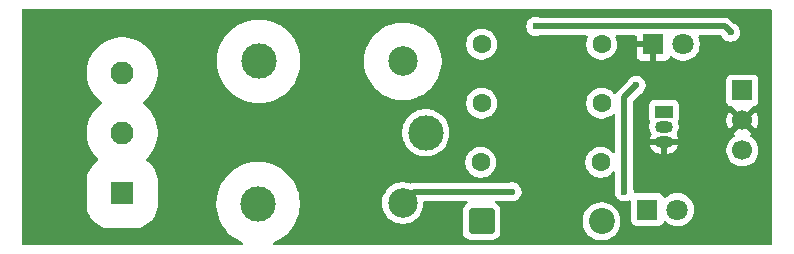
<source format=gbr>
%TF.GenerationSoftware,KiCad,Pcbnew,9.0.4*%
%TF.CreationDate,2025-10-31T12:34:43+05:30*%
%TF.ProjectId,5V_relay_module,35565f72-656c-4617-995f-6d6f64756c65,rev?*%
%TF.SameCoordinates,Original*%
%TF.FileFunction,Copper,L2,Bot*%
%TF.FilePolarity,Positive*%
%FSLAX46Y46*%
G04 Gerber Fmt 4.6, Leading zero omitted, Abs format (unit mm)*
G04 Created by KiCad (PCBNEW 9.0.4) date 2025-10-31 12:34:43*
%MOMM*%
%LPD*%
G01*
G04 APERTURE LIST*
G04 Aperture macros list*
%AMRoundRect*
0 Rectangle with rounded corners*
0 $1 Rounding radius*
0 $2 $3 $4 $5 $6 $7 $8 $9 X,Y pos of 4 corners*
0 Add a 4 corners polygon primitive as box body*
4,1,4,$2,$3,$4,$5,$6,$7,$8,$9,$2,$3,0*
0 Add four circle primitives for the rounded corners*
1,1,$1+$1,$2,$3*
1,1,$1+$1,$4,$5*
1,1,$1+$1,$6,$7*
1,1,$1+$1,$8,$9*
0 Add four rect primitives between the rounded corners*
20,1,$1+$1,$2,$3,$4,$5,0*
20,1,$1+$1,$4,$5,$6,$7,0*
20,1,$1+$1,$6,$7,$8,$9,0*
20,1,$1+$1,$8,$9,$2,$3,0*%
G04 Aperture macros list end*
%TA.AperFunction,ComponentPad*%
%ADD10C,1.600000*%
%TD*%
%TA.AperFunction,ComponentPad*%
%ADD11R,1.500000X1.050000*%
%TD*%
%TA.AperFunction,ComponentPad*%
%ADD12O,1.500000X1.050000*%
%TD*%
%TA.AperFunction,ComponentPad*%
%ADD13C,3.000000*%
%TD*%
%TA.AperFunction,ComponentPad*%
%ADD14C,2.500000*%
%TD*%
%TA.AperFunction,ComponentPad*%
%ADD15R,1.950000X1.950000*%
%TD*%
%TA.AperFunction,ComponentPad*%
%ADD16C,1.950000*%
%TD*%
%TA.AperFunction,ComponentPad*%
%ADD17R,1.700000X1.700000*%
%TD*%
%TA.AperFunction,ComponentPad*%
%ADD18C,1.700000*%
%TD*%
%TA.AperFunction,ComponentPad*%
%ADD19RoundRect,0.249999X-0.850001X-0.850001X0.850001X-0.850001X0.850001X0.850001X-0.850001X0.850001X0*%
%TD*%
%TA.AperFunction,ComponentPad*%
%ADD20C,2.200000*%
%TD*%
%TA.AperFunction,ComponentPad*%
%ADD21R,1.800000X1.800000*%
%TD*%
%TA.AperFunction,ComponentPad*%
%ADD22C,1.800000*%
%TD*%
%TA.AperFunction,ViaPad*%
%ADD23C,0.600000*%
%TD*%
%TA.AperFunction,Conductor*%
%ADD24C,0.508000*%
%TD*%
G04 APERTURE END LIST*
D10*
%TO.P,R3,1*%
%TO.N,/VCC*%
X152340000Y-125500000D03*
%TO.P,R3,2*%
%TO.N,Net-(D2-A)*%
X162500000Y-125500000D03*
%TD*%
%TO.P,R2,1*%
%TO.N,/IN*%
X152420000Y-120500000D03*
%TO.P,R2,2*%
%TO.N,Net-(Q1-B)*%
X162580000Y-120500000D03*
%TD*%
%TO.P,R1,1*%
%TO.N,/VCC*%
X152420000Y-115500000D03*
%TO.P,R1,2*%
%TO.N,Net-(D1-A)*%
X162580000Y-115500000D03*
%TD*%
D11*
%TO.P,Q1,1,C*%
%TO.N,Net-(D2-K)*%
X167870000Y-121230000D03*
D12*
%TO.P,Q1,2,B*%
%TO.N,Net-(Q1-B)*%
X167870000Y-122500000D03*
%TO.P,Q1,3,E*%
%TO.N,/GND*%
X167870000Y-123770000D03*
%TD*%
D13*
%TO.P,K1,1*%
%TO.N,/VCC*%
X147700000Y-123000000D03*
D14*
%TO.P,K1,2*%
%TO.N,NC*%
X145750000Y-116950000D03*
D13*
%TO.P,K1,3*%
%TO.N,NO*%
X133550000Y-116950000D03*
%TO.P,K1,4*%
%TO.N,C*%
X133500000Y-129000000D03*
D14*
%TO.P,K1,5*%
%TO.N,Net-(D2-K)*%
X145750000Y-128950000D03*
%TD*%
D15*
%TO.P,J2,1,Pin_1*%
%TO.N,NO*%
X122000000Y-128080000D03*
D16*
%TO.P,J2,2,Pin_2*%
%TO.N,C*%
X122000000Y-123000000D03*
%TO.P,J2,3,Pin_3*%
%TO.N,NC*%
X122000000Y-117920000D03*
%TD*%
D17*
%TO.P,J1,1,Pin_1*%
%TO.N,/VCC*%
X174500000Y-119420000D03*
D18*
%TO.P,J1,2,Pin_2*%
%TO.N,/GND*%
X174500000Y-121960000D03*
%TO.P,J1,3,Pin_3*%
%TO.N,/IN*%
X174500000Y-124500000D03*
%TD*%
D19*
%TO.P,D3,1,K*%
%TO.N,/VCC*%
X152420000Y-130500000D03*
D20*
%TO.P,D3,2,A*%
%TO.N,Net-(D2-K)*%
X162580000Y-130500000D03*
%TD*%
D21*
%TO.P,RED,1,K*%
%TO.N,Net-(D2-K)*%
X166460000Y-129500000D03*
D22*
%TO.P,RED,2,A*%
%TO.N,Net-(D2-A)*%
X169000000Y-129500000D03*
%TD*%
D21*
%TO.P,GREEN,1,K*%
%TO.N,/GND*%
X166960000Y-115500000D03*
D22*
%TO.P,GREEN,2,A*%
%TO.N,Net-(D1-A)*%
X169500000Y-115500000D03*
%TD*%
D23*
%TO.N,/VCC*%
X157000000Y-114000000D03*
X173500000Y-114500000D03*
%TO.N,Net-(D2-K)*%
X165500000Y-119000000D03*
X164500000Y-128000000D03*
X155000000Y-128000000D03*
%TD*%
D24*
%TO.N,/VCC*%
X173000000Y-114000000D02*
X157000000Y-114000000D01*
X173500000Y-114500000D02*
X173000000Y-114000000D01*
%TO.N,Net-(D2-K)*%
X146700000Y-128000000D02*
X145750000Y-128950000D01*
X155000000Y-128000000D02*
X146700000Y-128000000D01*
X164500000Y-120000000D02*
X165500000Y-119000000D01*
X164500000Y-128000000D02*
X164500000Y-120000000D01*
%TD*%
%TA.AperFunction,Conductor*%
%TO.N,/GND*%
G36*
X176942539Y-112520185D02*
G01*
X176988294Y-112572989D01*
X176999500Y-112624500D01*
X176999500Y-132375500D01*
X176979815Y-132442539D01*
X176927011Y-132488294D01*
X176875500Y-132499500D01*
X134905716Y-132499500D01*
X134838677Y-132479815D01*
X134792922Y-132427011D01*
X134782978Y-132357853D01*
X134812003Y-132294297D01*
X134858263Y-132260939D01*
X135012160Y-132197193D01*
X135318258Y-132033580D01*
X135606845Y-131840752D01*
X135875143Y-131620566D01*
X136120566Y-131375143D01*
X136340752Y-131106845D01*
X136533580Y-130818258D01*
X136697193Y-130512160D01*
X136830015Y-130191499D01*
X136930768Y-129859363D01*
X136930770Y-129859353D01*
X136930773Y-129859342D01*
X136970194Y-129661155D01*
X136998480Y-129518950D01*
X137032500Y-129173541D01*
X137032500Y-128835258D01*
X143999500Y-128835258D01*
X143999500Y-129064741D01*
X144013824Y-129173537D01*
X144029452Y-129292238D01*
X144073692Y-129457344D01*
X144088842Y-129513887D01*
X144176650Y-129725876D01*
X144176657Y-129725890D01*
X144291392Y-129924617D01*
X144431081Y-130106661D01*
X144431089Y-130106670D01*
X144593330Y-130268911D01*
X144593338Y-130268918D01*
X144593339Y-130268919D01*
X144609313Y-130281176D01*
X144775382Y-130408607D01*
X144775385Y-130408608D01*
X144775388Y-130408611D01*
X144974112Y-130523344D01*
X144974117Y-130523346D01*
X144974123Y-130523349D01*
X145065480Y-130561190D01*
X145186113Y-130611158D01*
X145407762Y-130670548D01*
X145635266Y-130700500D01*
X145635273Y-130700500D01*
X145864727Y-130700500D01*
X145864734Y-130700500D01*
X146092238Y-130670548D01*
X146313887Y-130611158D01*
X146525888Y-130523344D01*
X146724612Y-130408611D01*
X146906661Y-130268919D01*
X146906665Y-130268914D01*
X146906670Y-130268911D01*
X147068911Y-130106670D01*
X147068914Y-130106665D01*
X147068919Y-130106661D01*
X147208611Y-129924612D01*
X147323344Y-129725888D01*
X147411158Y-129513887D01*
X147470548Y-129292238D01*
X147500500Y-129064734D01*
X147500500Y-128878500D01*
X147520185Y-128811461D01*
X147572989Y-128765706D01*
X147624500Y-128754500D01*
X151155003Y-128754500D01*
X151222042Y-128774185D01*
X151267797Y-128826989D01*
X151277741Y-128896147D01*
X151248716Y-128959703D01*
X151220101Y-128984037D01*
X151167052Y-129016759D01*
X151101342Y-129057289D01*
X150977289Y-129181342D01*
X150885187Y-129330662D01*
X150885186Y-129330665D01*
X150830001Y-129497202D01*
X150830001Y-129497203D01*
X150830000Y-129497203D01*
X150819500Y-129599982D01*
X150819500Y-131400017D01*
X150830000Y-131502796D01*
X150885185Y-131669332D01*
X150885186Y-131669335D01*
X150977288Y-131818656D01*
X151101344Y-131942712D01*
X151250665Y-132034814D01*
X151417202Y-132089999D01*
X151519990Y-132100500D01*
X151519995Y-132100500D01*
X153320005Y-132100500D01*
X153320010Y-132100500D01*
X153422798Y-132089999D01*
X153589335Y-132034814D01*
X153738656Y-131942712D01*
X153862712Y-131818656D01*
X153954814Y-131669335D01*
X154009999Y-131502798D01*
X154020500Y-131400010D01*
X154020500Y-130374038D01*
X160979500Y-130374038D01*
X160979500Y-130625962D01*
X160991306Y-130700499D01*
X161018910Y-130874785D01*
X161096760Y-131114383D01*
X161211132Y-131338848D01*
X161359201Y-131542649D01*
X161359205Y-131542654D01*
X161537345Y-131720794D01*
X161537350Y-131720798D01*
X161702447Y-131840747D01*
X161741155Y-131868870D01*
X161884184Y-131941747D01*
X161965616Y-131983239D01*
X161965618Y-131983239D01*
X161965621Y-131983241D01*
X162205215Y-132061090D01*
X162454038Y-132100500D01*
X162454039Y-132100500D01*
X162705961Y-132100500D01*
X162705962Y-132100500D01*
X162954785Y-132061090D01*
X163194379Y-131983241D01*
X163418845Y-131868870D01*
X163622656Y-131720793D01*
X163800793Y-131542656D01*
X163948870Y-131338845D01*
X164063241Y-131114379D01*
X164141090Y-130874785D01*
X164180500Y-130625962D01*
X164180500Y-130374038D01*
X164141090Y-130125215D01*
X164063241Y-129885621D01*
X164063239Y-129885618D01*
X164063239Y-129885616D01*
X163981853Y-129725888D01*
X163948870Y-129661155D01*
X163845557Y-129518956D01*
X163800798Y-129457350D01*
X163800794Y-129457345D01*
X163622654Y-129279205D01*
X163622649Y-129279201D01*
X163418848Y-129131132D01*
X163418847Y-129131131D01*
X163418845Y-129131130D01*
X163348747Y-129095413D01*
X163194383Y-129016760D01*
X162954785Y-128938910D01*
X162911732Y-128932091D01*
X162705962Y-128899500D01*
X162454038Y-128899500D01*
X162387738Y-128910001D01*
X162205214Y-128938910D01*
X161965616Y-129016760D01*
X161741151Y-129131132D01*
X161537350Y-129279201D01*
X161537345Y-129279205D01*
X161359205Y-129457345D01*
X161359201Y-129457350D01*
X161211132Y-129661151D01*
X161096760Y-129885616D01*
X161018910Y-130125214D01*
X160996149Y-130268919D01*
X160979500Y-130374038D01*
X154020500Y-130374038D01*
X154020500Y-129599990D01*
X154009999Y-129497202D01*
X153954814Y-129330665D01*
X153862712Y-129181344D01*
X153738656Y-129057288D01*
X153619899Y-128984038D01*
X153573176Y-128932091D01*
X153561953Y-128863128D01*
X153589797Y-128799046D01*
X153647866Y-128760190D01*
X153684997Y-128754500D01*
X154705053Y-128754500D01*
X154752501Y-128763937D01*
X154766503Y-128769737D01*
X154766508Y-128769738D01*
X154766511Y-128769739D01*
X154921153Y-128800499D01*
X154921156Y-128800500D01*
X154921158Y-128800500D01*
X155078844Y-128800500D01*
X155078845Y-128800499D01*
X155233497Y-128769737D01*
X155379179Y-128709394D01*
X155510289Y-128621789D01*
X155621789Y-128510289D01*
X155709394Y-128379179D01*
X155769737Y-128233497D01*
X155800500Y-128078842D01*
X155800500Y-127921158D01*
X155800500Y-127921155D01*
X155800499Y-127921153D01*
X155778091Y-127808501D01*
X155769737Y-127766503D01*
X155769735Y-127766498D01*
X155709397Y-127620827D01*
X155709390Y-127620814D01*
X155621789Y-127489711D01*
X155621786Y-127489707D01*
X155510292Y-127378213D01*
X155510287Y-127378209D01*
X155379185Y-127290609D01*
X155379172Y-127290602D01*
X155233501Y-127230264D01*
X155233489Y-127230261D01*
X155078845Y-127199500D01*
X155078842Y-127199500D01*
X154921158Y-127199500D01*
X154921155Y-127199500D01*
X154766511Y-127230260D01*
X154766506Y-127230262D01*
X154766504Y-127230262D01*
X154766503Y-127230263D01*
X154752501Y-127236062D01*
X154705053Y-127245500D01*
X146780446Y-127245500D01*
X146780426Y-127245499D01*
X146774312Y-127245499D01*
X146625688Y-127245499D01*
X146625686Y-127245499D01*
X146511230Y-127268266D01*
X146511224Y-127268267D01*
X146504105Y-127269684D01*
X146479920Y-127274495D01*
X146441025Y-127290606D01*
X146436489Y-127292484D01*
X146436473Y-127292490D01*
X146427034Y-127296400D01*
X146357564Y-127303867D01*
X146332132Y-127296399D01*
X146313900Y-127288847D01*
X146313894Y-127288844D01*
X146313887Y-127288842D01*
X146092238Y-127229452D01*
X146054215Y-127224446D01*
X145864741Y-127199500D01*
X145864734Y-127199500D01*
X145635266Y-127199500D01*
X145635258Y-127199500D01*
X145418715Y-127228009D01*
X145407762Y-127229452D01*
X145314076Y-127254554D01*
X145186112Y-127288842D01*
X144974123Y-127376650D01*
X144974109Y-127376657D01*
X144775382Y-127491392D01*
X144593338Y-127631081D01*
X144431081Y-127793338D01*
X144291392Y-127975382D01*
X144176657Y-128174109D01*
X144176650Y-128174123D01*
X144088842Y-128386112D01*
X144029453Y-128607759D01*
X144029451Y-128607770D01*
X143999500Y-128835258D01*
X137032500Y-128835258D01*
X137032500Y-128826459D01*
X136998480Y-128481050D01*
X136951021Y-128242454D01*
X136930773Y-128140657D01*
X136930770Y-128140646D01*
X136930769Y-128140643D01*
X136930768Y-128140637D01*
X136830015Y-127808501D01*
X136697193Y-127487840D01*
X136637764Y-127376657D01*
X136533586Y-127181753D01*
X136533585Y-127181751D01*
X136533580Y-127181742D01*
X136340752Y-126893155D01*
X136120566Y-126624857D01*
X136120565Y-126624856D01*
X136120561Y-126624851D01*
X135875148Y-126379438D01*
X135606850Y-126159252D01*
X135606849Y-126159251D01*
X135606845Y-126159248D01*
X135318258Y-125966420D01*
X135318253Y-125966417D01*
X135318246Y-125966413D01*
X135012167Y-125802810D01*
X135012162Y-125802808D01*
X134691500Y-125669985D01*
X134359353Y-125569229D01*
X134359342Y-125569226D01*
X134083669Y-125514393D01*
X134018956Y-125501521D01*
X134018939Y-125501518D01*
X133757739Y-125475792D01*
X133673541Y-125467500D01*
X133326459Y-125467500D01*
X133248588Y-125475169D01*
X132981060Y-125501518D01*
X132981043Y-125501521D01*
X132640657Y-125569226D01*
X132640646Y-125569229D01*
X132308499Y-125669985D01*
X131987837Y-125802808D01*
X131987832Y-125802810D01*
X131681753Y-125966413D01*
X131681735Y-125966424D01*
X131393163Y-126159242D01*
X131393149Y-126159252D01*
X131124851Y-126379438D01*
X130879438Y-126624851D01*
X130659252Y-126893149D01*
X130659242Y-126893163D01*
X130466424Y-127181735D01*
X130466413Y-127181753D01*
X130302810Y-127487832D01*
X130302808Y-127487837D01*
X130169985Y-127808499D01*
X130069229Y-128140646D01*
X130069226Y-128140657D01*
X130001521Y-128481043D01*
X130001518Y-128481060D01*
X129979091Y-128708771D01*
X129967500Y-128826459D01*
X129967500Y-129173541D01*
X129968269Y-129181344D01*
X130001518Y-129518939D01*
X130001521Y-129518956D01*
X130069226Y-129859342D01*
X130069229Y-129859353D01*
X130169985Y-130191500D01*
X130202050Y-130268911D01*
X130290342Y-130482068D01*
X130302808Y-130512162D01*
X130302810Y-130512167D01*
X130466413Y-130818246D01*
X130466424Y-130818264D01*
X130659242Y-131106836D01*
X130659252Y-131106850D01*
X130879438Y-131375148D01*
X131124851Y-131620561D01*
X131124856Y-131620565D01*
X131124857Y-131620566D01*
X131393155Y-131840752D01*
X131681742Y-132033580D01*
X131681751Y-132033585D01*
X131681753Y-132033586D01*
X131987832Y-132197189D01*
X131987834Y-132197189D01*
X131987840Y-132197193D01*
X132141737Y-132260939D01*
X132196140Y-132304780D01*
X132218205Y-132371074D01*
X132200926Y-132438773D01*
X132149789Y-132486384D01*
X132094284Y-132499500D01*
X113624500Y-132499500D01*
X113557461Y-132479815D01*
X113511706Y-132427011D01*
X113500500Y-132375500D01*
X113500500Y-117751097D01*
X118992500Y-117751097D01*
X118992500Y-118088902D01*
X119030319Y-118424556D01*
X119030321Y-118424572D01*
X119105486Y-118753894D01*
X119105490Y-118753906D01*
X119217051Y-119072727D01*
X119217057Y-119072741D01*
X119363616Y-119377074D01*
X119368659Y-119385100D01*
X119543336Y-119663096D01*
X119645142Y-119790757D01*
X119753947Y-119927194D01*
X119992805Y-120166052D01*
X120239836Y-120363053D01*
X120279976Y-120420241D01*
X120282826Y-120490053D01*
X120247481Y-120550323D01*
X120239836Y-120556947D01*
X119992805Y-120753947D01*
X119753947Y-120992805D01*
X119543335Y-121256905D01*
X119363616Y-121542925D01*
X119217057Y-121847258D01*
X119217051Y-121847272D01*
X119105490Y-122166093D01*
X119105486Y-122166105D01*
X119030321Y-122495427D01*
X119030319Y-122495443D01*
X118992500Y-122831097D01*
X118992500Y-123168902D01*
X119030319Y-123504556D01*
X119030321Y-123504572D01*
X119105486Y-123833894D01*
X119105490Y-123833906D01*
X119217051Y-124152727D01*
X119217057Y-124152741D01*
X119363616Y-124457074D01*
X119363618Y-124457077D01*
X119543336Y-124743096D01*
X119667185Y-124898398D01*
X119753947Y-125007194D01*
X119948663Y-125201910D01*
X119982148Y-125263233D01*
X119977164Y-125332925D01*
X119935292Y-125388858D01*
X119928517Y-125393586D01*
X119798830Y-125477805D01*
X119798822Y-125477811D01*
X119584296Y-125664296D01*
X119397811Y-125878822D01*
X119397805Y-125878830D01*
X119242997Y-126117214D01*
X119242994Y-126117219D01*
X119122863Y-126374840D01*
X119039756Y-126646673D01*
X118995290Y-126927415D01*
X118995289Y-126927427D01*
X118992500Y-126991324D01*
X118992500Y-129168675D01*
X118995289Y-129232572D01*
X118995290Y-129232584D01*
X119039756Y-129513326D01*
X119122863Y-129785159D01*
X119242994Y-130042780D01*
X119242997Y-130042785D01*
X119389849Y-130268918D01*
X119397810Y-130281176D01*
X119584296Y-130495704D01*
X119798824Y-130682190D01*
X120037218Y-130837005D01*
X120294839Y-130957136D01*
X120566671Y-131040243D01*
X120718990Y-131064368D01*
X120847415Y-131084709D01*
X120847418Y-131084709D01*
X120847423Y-131084710D01*
X120898545Y-131086942D01*
X120911325Y-131087500D01*
X120911326Y-131087500D01*
X123088675Y-131087500D01*
X123099324Y-131087035D01*
X123152577Y-131084710D01*
X123152582Y-131084709D01*
X123152584Y-131084709D01*
X123204850Y-131076430D01*
X123433329Y-131040243D01*
X123705161Y-130957136D01*
X123962782Y-130837005D01*
X124201176Y-130682190D01*
X124415704Y-130495704D01*
X124602190Y-130281176D01*
X124757005Y-130042782D01*
X124877136Y-129785161D01*
X124960243Y-129513329D01*
X124996430Y-129284850D01*
X125004709Y-129232584D01*
X125004710Y-129232572D01*
X125007500Y-129168675D01*
X125007500Y-126991324D01*
X125004710Y-126927427D01*
X125004709Y-126927415D01*
X124960243Y-126646673D01*
X124960243Y-126646671D01*
X124877136Y-126374839D01*
X124757005Y-126117218D01*
X124602190Y-125878824D01*
X124415704Y-125664296D01*
X124201176Y-125477810D01*
X124201173Y-125477808D01*
X124201169Y-125477805D01*
X124077737Y-125397648D01*
X151039500Y-125397648D01*
X151039500Y-125602351D01*
X151071522Y-125804534D01*
X151134781Y-125999223D01*
X151227715Y-126181613D01*
X151348028Y-126347213D01*
X151492786Y-126491971D01*
X151647749Y-126604556D01*
X151658390Y-126612287D01*
X151774607Y-126671503D01*
X151840776Y-126705218D01*
X151840778Y-126705218D01*
X151840781Y-126705220D01*
X151945137Y-126739127D01*
X152035465Y-126768477D01*
X152136557Y-126784488D01*
X152237648Y-126800500D01*
X152237649Y-126800500D01*
X152442351Y-126800500D01*
X152442352Y-126800500D01*
X152644534Y-126768477D01*
X152839219Y-126705220D01*
X153021610Y-126612287D01*
X153114590Y-126544732D01*
X153187213Y-126491971D01*
X153187215Y-126491968D01*
X153187219Y-126491966D01*
X153331966Y-126347219D01*
X153331968Y-126347215D01*
X153331971Y-126347213D01*
X153392180Y-126264341D01*
X153452287Y-126181610D01*
X153545220Y-125999219D01*
X153608477Y-125804534D01*
X153640500Y-125602352D01*
X153640500Y-125397648D01*
X161199500Y-125397648D01*
X161199500Y-125602351D01*
X161231522Y-125804534D01*
X161294781Y-125999223D01*
X161387715Y-126181613D01*
X161508028Y-126347213D01*
X161652786Y-126491971D01*
X161807749Y-126604556D01*
X161818390Y-126612287D01*
X161934607Y-126671503D01*
X162000776Y-126705218D01*
X162000778Y-126705218D01*
X162000781Y-126705220D01*
X162105137Y-126739127D01*
X162195465Y-126768477D01*
X162296557Y-126784488D01*
X162397648Y-126800500D01*
X162397649Y-126800500D01*
X162602351Y-126800500D01*
X162602352Y-126800500D01*
X162804534Y-126768477D01*
X162999219Y-126705220D01*
X163181610Y-126612287D01*
X163274590Y-126544732D01*
X163347213Y-126491971D01*
X163347215Y-126491968D01*
X163347219Y-126491966D01*
X163491966Y-126347219D01*
X163521181Y-126307008D01*
X163576511Y-126264341D01*
X163646124Y-126258361D01*
X163707919Y-126290967D01*
X163742277Y-126351805D01*
X163745500Y-126379892D01*
X163745500Y-127705053D01*
X163736062Y-127752501D01*
X163730265Y-127766498D01*
X163730262Y-127766506D01*
X163730260Y-127766511D01*
X163699500Y-127921153D01*
X163699500Y-128078846D01*
X163730261Y-128233489D01*
X163730264Y-128233501D01*
X163790602Y-128379172D01*
X163790609Y-128379185D01*
X163878210Y-128510288D01*
X163878213Y-128510292D01*
X163989707Y-128621786D01*
X163989711Y-128621789D01*
X164120814Y-128709390D01*
X164120827Y-128709397D01*
X164229717Y-128754500D01*
X164266503Y-128769737D01*
X164413848Y-128799046D01*
X164421153Y-128800499D01*
X164421156Y-128800500D01*
X164421158Y-128800500D01*
X164578844Y-128800500D01*
X164578845Y-128800499D01*
X164733497Y-128769737D01*
X164789120Y-128746697D01*
X164884808Y-128707063D01*
X164885515Y-128708771D01*
X164945444Y-128696291D01*
X165010689Y-128721289D01*
X165052062Y-128777592D01*
X165059500Y-128819892D01*
X165059500Y-130447870D01*
X165059501Y-130447876D01*
X165065908Y-130507483D01*
X165116202Y-130642328D01*
X165116206Y-130642335D01*
X165202452Y-130757544D01*
X165202455Y-130757547D01*
X165317664Y-130843793D01*
X165317671Y-130843797D01*
X165452517Y-130894091D01*
X165452516Y-130894091D01*
X165459444Y-130894835D01*
X165512127Y-130900500D01*
X167407872Y-130900499D01*
X167467483Y-130894091D01*
X167602331Y-130843796D01*
X167717546Y-130757546D01*
X167803796Y-130642331D01*
X167831429Y-130568243D01*
X167833601Y-130562420D01*
X167875471Y-130506486D01*
X167940936Y-130482068D01*
X168009209Y-130496919D01*
X168037464Y-130518071D01*
X168087636Y-130568243D01*
X168087641Y-130568247D01*
X168167080Y-130625962D01*
X168265978Y-130697815D01*
X168394375Y-130763237D01*
X168462393Y-130797895D01*
X168462396Y-130797896D01*
X168525084Y-130818264D01*
X168672049Y-130866015D01*
X168889778Y-130900500D01*
X168889779Y-130900500D01*
X169110221Y-130900500D01*
X169110222Y-130900500D01*
X169327951Y-130866015D01*
X169537606Y-130797895D01*
X169734022Y-130697815D01*
X169912365Y-130568242D01*
X170068242Y-130412365D01*
X170197815Y-130234022D01*
X170297895Y-130037606D01*
X170366015Y-129827951D01*
X170400500Y-129610222D01*
X170400500Y-129389778D01*
X170366015Y-129172049D01*
X170304928Y-128984039D01*
X170297896Y-128962396D01*
X170297895Y-128962393D01*
X170233115Y-128835258D01*
X170197815Y-128765978D01*
X170139501Y-128685715D01*
X170068247Y-128587641D01*
X170068243Y-128587636D01*
X169912363Y-128431756D01*
X169912358Y-128431752D01*
X169734025Y-128302187D01*
X169734024Y-128302186D01*
X169734022Y-128302185D01*
X169616791Y-128242452D01*
X169537606Y-128202104D01*
X169537603Y-128202103D01*
X169327952Y-128133985D01*
X169219086Y-128116742D01*
X169110222Y-128099500D01*
X168889778Y-128099500D01*
X168817201Y-128110995D01*
X168672047Y-128133985D01*
X168462396Y-128202103D01*
X168462393Y-128202104D01*
X168265974Y-128302187D01*
X168087641Y-128431752D01*
X168087636Y-128431756D01*
X168037463Y-128481929D01*
X167976140Y-128515413D01*
X167906448Y-128510428D01*
X167850515Y-128468557D01*
X167833601Y-128437580D01*
X167803797Y-128357671D01*
X167803793Y-128357664D01*
X167717547Y-128242455D01*
X167717544Y-128242452D01*
X167602335Y-128156206D01*
X167602328Y-128156202D01*
X167467482Y-128105908D01*
X167467483Y-128105908D01*
X167407883Y-128099501D01*
X167407881Y-128099500D01*
X167407873Y-128099500D01*
X167407864Y-128099500D01*
X165512129Y-128099500D01*
X165512123Y-128099501D01*
X165444804Y-128106738D01*
X165444654Y-128105342D01*
X165383244Y-128102050D01*
X165326573Y-128061182D01*
X165300993Y-127996163D01*
X165300500Y-127985114D01*
X165300500Y-127921155D01*
X165300499Y-127921153D01*
X165269739Y-127766511D01*
X165269738Y-127766508D01*
X165269737Y-127766503D01*
X165263937Y-127752501D01*
X165254500Y-127705053D01*
X165254500Y-120657135D01*
X166619500Y-120657135D01*
X166619500Y-121802870D01*
X166619501Y-121802876D01*
X166625908Y-121862483D01*
X166676202Y-121997328D01*
X166676203Y-121997330D01*
X166676204Y-121997331D01*
X166677028Y-121998432D01*
X166677509Y-121999721D01*
X166680454Y-122005114D01*
X166679678Y-122005537D01*
X166701448Y-122063895D01*
X166692325Y-122120198D01*
X166658910Y-122200868D01*
X166658907Y-122200880D01*
X166619500Y-122398992D01*
X166619500Y-122601007D01*
X166658907Y-122799119D01*
X166658909Y-122799127D01*
X166736212Y-122985754D01*
X166790204Y-123066558D01*
X166811081Y-123133235D01*
X166792596Y-123200615D01*
X166790204Y-123204337D01*
X166736655Y-123284479D01*
X166736654Y-123284481D01*
X166659390Y-123471016D01*
X166659387Y-123471025D01*
X166649647Y-123520000D01*
X167504134Y-123520000D01*
X167528326Y-123522383D01*
X167531123Y-123522939D01*
X167543995Y-123525499D01*
X167543996Y-123525500D01*
X167543997Y-123525500D01*
X167584170Y-123525500D01*
X167569925Y-123539745D01*
X167520556Y-123625255D01*
X167495000Y-123720630D01*
X167495000Y-123819370D01*
X167520556Y-123914745D01*
X167569925Y-124000255D01*
X167589670Y-124020000D01*
X166649647Y-124020000D01*
X166659387Y-124068974D01*
X166659390Y-124068983D01*
X166736652Y-124255513D01*
X166736659Y-124255526D01*
X166848829Y-124423399D01*
X166848832Y-124423403D01*
X166991596Y-124566167D01*
X166991600Y-124566170D01*
X167159473Y-124678340D01*
X167159486Y-124678347D01*
X167346016Y-124755609D01*
X167346025Y-124755612D01*
X167544041Y-124794999D01*
X167544045Y-124795000D01*
X167620000Y-124795000D01*
X167620000Y-124050330D01*
X167639745Y-124070075D01*
X167725255Y-124119444D01*
X167820630Y-124145000D01*
X167919370Y-124145000D01*
X168014745Y-124119444D01*
X168100255Y-124070075D01*
X168120000Y-124050330D01*
X168120000Y-124795000D01*
X168195955Y-124795000D01*
X168195958Y-124794999D01*
X168393974Y-124755612D01*
X168393983Y-124755609D01*
X168580513Y-124678347D01*
X168580526Y-124678340D01*
X168748399Y-124566170D01*
X168748403Y-124566167D01*
X168891167Y-124423403D01*
X168891170Y-124423399D01*
X168960294Y-124319950D01*
X169003340Y-124255526D01*
X169003347Y-124255513D01*
X169080609Y-124068983D01*
X169080612Y-124068974D01*
X169090353Y-124020000D01*
X168150330Y-124020000D01*
X168170075Y-124000255D01*
X168219444Y-123914745D01*
X168245000Y-123819370D01*
X168245000Y-123720630D01*
X168219444Y-123625255D01*
X168170075Y-123539745D01*
X168155830Y-123525500D01*
X168196004Y-123525500D01*
X168196004Y-123525499D01*
X168209473Y-123522820D01*
X168211674Y-123522383D01*
X168235866Y-123520000D01*
X169090353Y-123520000D01*
X169080612Y-123471025D01*
X169080609Y-123471016D01*
X169003347Y-123284486D01*
X169003343Y-123284479D01*
X168949795Y-123204340D01*
X168928917Y-123137662D01*
X168947401Y-123070282D01*
X168949733Y-123066652D01*
X169003786Y-122985756D01*
X169081091Y-122799127D01*
X169120500Y-122601003D01*
X169120500Y-122398997D01*
X169081091Y-122200873D01*
X169047673Y-122120198D01*
X169040205Y-122050730D01*
X169045145Y-122031932D01*
X169051463Y-122013804D01*
X169063796Y-121997331D01*
X169114091Y-121862483D01*
X169120500Y-121802873D01*
X169120499Y-120657128D01*
X169114091Y-120597517D01*
X169098959Y-120556947D01*
X169063797Y-120462671D01*
X169063793Y-120462664D01*
X168977547Y-120347455D01*
X168977544Y-120347452D01*
X168862335Y-120261206D01*
X168862328Y-120261202D01*
X168727482Y-120210908D01*
X168727483Y-120210908D01*
X168667883Y-120204501D01*
X168667881Y-120204500D01*
X168667873Y-120204500D01*
X168667864Y-120204500D01*
X167072129Y-120204500D01*
X167072123Y-120204501D01*
X167012516Y-120210908D01*
X166877671Y-120261202D01*
X166877664Y-120261206D01*
X166762455Y-120347452D01*
X166762452Y-120347455D01*
X166676206Y-120462664D01*
X166676202Y-120462671D01*
X166625908Y-120597517D01*
X166622680Y-120627546D01*
X166619501Y-120657123D01*
X166619500Y-120657135D01*
X165254500Y-120657135D01*
X165254500Y-120363886D01*
X165274185Y-120296847D01*
X165290819Y-120276205D01*
X165522679Y-120044345D01*
X165824954Y-119742069D01*
X165865178Y-119715193D01*
X165879179Y-119709394D01*
X166010289Y-119621789D01*
X166121789Y-119510289D01*
X166209394Y-119379179D01*
X166269737Y-119233497D01*
X166300500Y-119078842D01*
X166300500Y-118921158D01*
X166300500Y-118921155D01*
X166300499Y-118921153D01*
X166270086Y-118768258D01*
X166269737Y-118766503D01*
X166217166Y-118639584D01*
X166209397Y-118620827D01*
X166209390Y-118620814D01*
X166187262Y-118587697D01*
X166143454Y-118522135D01*
X173149500Y-118522135D01*
X173149500Y-120317870D01*
X173149501Y-120317876D01*
X173155908Y-120377483D01*
X173206202Y-120512328D01*
X173206206Y-120512335D01*
X173292452Y-120627544D01*
X173292455Y-120627547D01*
X173407664Y-120713793D01*
X173407671Y-120713797D01*
X173452618Y-120730561D01*
X173542517Y-120764091D01*
X173602127Y-120770500D01*
X173612685Y-120770499D01*
X173679723Y-120790179D01*
X173700372Y-120806818D01*
X174370591Y-121477037D01*
X174307007Y-121494075D01*
X174192993Y-121559901D01*
X174099901Y-121652993D01*
X174034075Y-121767007D01*
X174017037Y-121830591D01*
X173384728Y-121198282D01*
X173384727Y-121198282D01*
X173345380Y-121252439D01*
X173248904Y-121441782D01*
X173183242Y-121643869D01*
X173183242Y-121643872D01*
X173150000Y-121853753D01*
X173150000Y-122066246D01*
X173183242Y-122276127D01*
X173183242Y-122276130D01*
X173248904Y-122478217D01*
X173345375Y-122667550D01*
X173384728Y-122721716D01*
X174017037Y-122089408D01*
X174034075Y-122152993D01*
X174099901Y-122267007D01*
X174192993Y-122360099D01*
X174307007Y-122425925D01*
X174370590Y-122442962D01*
X173738282Y-123075269D01*
X173738282Y-123075270D01*
X173792452Y-123114626D01*
X173792451Y-123114626D01*
X173801495Y-123119234D01*
X173852292Y-123167208D01*
X173869087Y-123235029D01*
X173846550Y-123301164D01*
X173801499Y-123340202D01*
X173792182Y-123344949D01*
X173620213Y-123469890D01*
X173469890Y-123620213D01*
X173344951Y-123792179D01*
X173248444Y-123981585D01*
X173182753Y-124183760D01*
X173149500Y-124393713D01*
X173149500Y-124606286D01*
X173171168Y-124743096D01*
X173182754Y-124816243D01*
X173244798Y-125007195D01*
X173248444Y-125018414D01*
X173344951Y-125207820D01*
X173469890Y-125379786D01*
X173620213Y-125530109D01*
X173792179Y-125655048D01*
X173792181Y-125655049D01*
X173792184Y-125655051D01*
X173981588Y-125751557D01*
X174183757Y-125817246D01*
X174393713Y-125850500D01*
X174393714Y-125850500D01*
X174606286Y-125850500D01*
X174606287Y-125850500D01*
X174816243Y-125817246D01*
X175018412Y-125751557D01*
X175207816Y-125655051D01*
X175229789Y-125639086D01*
X175379786Y-125530109D01*
X175379788Y-125530106D01*
X175379792Y-125530104D01*
X175530104Y-125379792D01*
X175530106Y-125379788D01*
X175530109Y-125379786D01*
X175655048Y-125207820D01*
X175655047Y-125207820D01*
X175655051Y-125207816D01*
X175751557Y-125018412D01*
X175817246Y-124816243D01*
X175850500Y-124606287D01*
X175850500Y-124393713D01*
X175817246Y-124183757D01*
X175751557Y-123981588D01*
X175655051Y-123792184D01*
X175655049Y-123792181D01*
X175655048Y-123792179D01*
X175530109Y-123620213D01*
X175379786Y-123469890D01*
X175207817Y-123344949D01*
X175198504Y-123340204D01*
X175147707Y-123292230D01*
X175130912Y-123224409D01*
X175153449Y-123158274D01*
X175198507Y-123119232D01*
X175207555Y-123114622D01*
X175261716Y-123075270D01*
X175261717Y-123075270D01*
X174629408Y-122442962D01*
X174692993Y-122425925D01*
X174807007Y-122360099D01*
X174900099Y-122267007D01*
X174965925Y-122152993D01*
X174982962Y-122089408D01*
X175615270Y-122721717D01*
X175615270Y-122721716D01*
X175654622Y-122667554D01*
X175751095Y-122478217D01*
X175816757Y-122276130D01*
X175816757Y-122276127D01*
X175850000Y-122066246D01*
X175850000Y-121853753D01*
X175816757Y-121643872D01*
X175816757Y-121643869D01*
X175751095Y-121441782D01*
X175654624Y-121252449D01*
X175615270Y-121198282D01*
X175615269Y-121198282D01*
X174982962Y-121830590D01*
X174965925Y-121767007D01*
X174900099Y-121652993D01*
X174807007Y-121559901D01*
X174692993Y-121494075D01*
X174629409Y-121477037D01*
X175299627Y-120806818D01*
X175360950Y-120773333D01*
X175387307Y-120770499D01*
X175397872Y-120770499D01*
X175457483Y-120764091D01*
X175592331Y-120713796D01*
X175707546Y-120627546D01*
X175793796Y-120512331D01*
X175844091Y-120377483D01*
X175850500Y-120317873D01*
X175850499Y-118522128D01*
X175844091Y-118462517D01*
X175843960Y-118462167D01*
X175793797Y-118327671D01*
X175793793Y-118327664D01*
X175707547Y-118212455D01*
X175707544Y-118212452D01*
X175592335Y-118126206D01*
X175592328Y-118126202D01*
X175457482Y-118075908D01*
X175457483Y-118075908D01*
X175397883Y-118069501D01*
X175397881Y-118069500D01*
X175397873Y-118069500D01*
X175397864Y-118069500D01*
X173602129Y-118069500D01*
X173602123Y-118069501D01*
X173542516Y-118075908D01*
X173407671Y-118126202D01*
X173407664Y-118126206D01*
X173292455Y-118212452D01*
X173292452Y-118212455D01*
X173206206Y-118327664D01*
X173206202Y-118327671D01*
X173155908Y-118462517D01*
X173149501Y-118522116D01*
X173149501Y-118522123D01*
X173149500Y-118522135D01*
X166143454Y-118522135D01*
X166121789Y-118489711D01*
X166121786Y-118489707D01*
X166010292Y-118378213D01*
X166010288Y-118378210D01*
X165879185Y-118290609D01*
X165879172Y-118290602D01*
X165733501Y-118230264D01*
X165733489Y-118230261D01*
X165578845Y-118199500D01*
X165578842Y-118199500D01*
X165421158Y-118199500D01*
X165421155Y-118199500D01*
X165266510Y-118230261D01*
X165266498Y-118230264D01*
X165120827Y-118290602D01*
X165120814Y-118290609D01*
X164989711Y-118378210D01*
X164989707Y-118378213D01*
X164878213Y-118489707D01*
X164878207Y-118489715D01*
X164790606Y-118620818D01*
X164790606Y-118620819D01*
X164784805Y-118634824D01*
X164757927Y-118675046D01*
X163913942Y-119519031D01*
X163831372Y-119642607D01*
X163831365Y-119642620D01*
X163819228Y-119671922D01*
X163775386Y-119726325D01*
X163709092Y-119748389D01*
X163641393Y-119731109D01*
X163604349Y-119697353D01*
X163571966Y-119652781D01*
X163427219Y-119508034D01*
X163427213Y-119508028D01*
X163261613Y-119387715D01*
X163261612Y-119387714D01*
X163261610Y-119387713D01*
X163204653Y-119358691D01*
X163079223Y-119294781D01*
X162884534Y-119231522D01*
X162709995Y-119203878D01*
X162682352Y-119199500D01*
X162477648Y-119199500D01*
X162453329Y-119203351D01*
X162275465Y-119231522D01*
X162080776Y-119294781D01*
X161898386Y-119387715D01*
X161732786Y-119508028D01*
X161588028Y-119652786D01*
X161467715Y-119818386D01*
X161374781Y-120000776D01*
X161311522Y-120195465D01*
X161279500Y-120397648D01*
X161279500Y-120602351D01*
X161311522Y-120804534D01*
X161374781Y-120999223D01*
X161467715Y-121181613D01*
X161588028Y-121347213D01*
X161732786Y-121491971D01*
X161826286Y-121559901D01*
X161898390Y-121612287D01*
X161978280Y-121652993D01*
X162080776Y-121705218D01*
X162080778Y-121705218D01*
X162080781Y-121705220D01*
X162185137Y-121739127D01*
X162275465Y-121768477D01*
X162376557Y-121784488D01*
X162477648Y-121800500D01*
X162477649Y-121800500D01*
X162682351Y-121800500D01*
X162682352Y-121800500D01*
X162884534Y-121768477D01*
X163079219Y-121705220D01*
X163261610Y-121612287D01*
X163357082Y-121542923D01*
X163427213Y-121491971D01*
X163427215Y-121491968D01*
X163427219Y-121491966D01*
X163533819Y-121385366D01*
X163595142Y-121351881D01*
X163664834Y-121356865D01*
X163720767Y-121398737D01*
X163745184Y-121464201D01*
X163745500Y-121473047D01*
X163745500Y-124620107D01*
X163725815Y-124687146D01*
X163673011Y-124732901D01*
X163603853Y-124742845D01*
X163540297Y-124713820D01*
X163521182Y-124692992D01*
X163491971Y-124652787D01*
X163491967Y-124652782D01*
X163347213Y-124508028D01*
X163181613Y-124387715D01*
X163181612Y-124387714D01*
X163181610Y-124387713D01*
X163124653Y-124358691D01*
X162999223Y-124294781D01*
X162804534Y-124231522D01*
X162629995Y-124203878D01*
X162602352Y-124199500D01*
X162397648Y-124199500D01*
X162373329Y-124203351D01*
X162195465Y-124231522D01*
X162000776Y-124294781D01*
X161818386Y-124387715D01*
X161652786Y-124508028D01*
X161508028Y-124652786D01*
X161387715Y-124818386D01*
X161294781Y-125000776D01*
X161231522Y-125195465D01*
X161199500Y-125397648D01*
X153640500Y-125397648D01*
X153620498Y-125271361D01*
X153608477Y-125195465D01*
X153550949Y-125018414D01*
X153545220Y-125000781D01*
X153545218Y-125000778D01*
X153545218Y-125000776D01*
X153493053Y-124898398D01*
X153452287Y-124818390D01*
X153435293Y-124794999D01*
X153331971Y-124652786D01*
X153187213Y-124508028D01*
X153021613Y-124387715D01*
X153021612Y-124387714D01*
X153021610Y-124387713D01*
X152964653Y-124358691D01*
X152839223Y-124294781D01*
X152644534Y-124231522D01*
X152469995Y-124203878D01*
X152442352Y-124199500D01*
X152237648Y-124199500D01*
X152213329Y-124203351D01*
X152035465Y-124231522D01*
X151840776Y-124294781D01*
X151658386Y-124387715D01*
X151492786Y-124508028D01*
X151348028Y-124652786D01*
X151227715Y-124818386D01*
X151134781Y-125000776D01*
X151071522Y-125195465D01*
X151039500Y-125397648D01*
X124077737Y-125397648D01*
X124071481Y-125393585D01*
X124025979Y-125340566D01*
X124016364Y-125271361D01*
X124045691Y-125207944D01*
X124051321Y-125201925D01*
X124246052Y-125007195D01*
X124456664Y-124743096D01*
X124636382Y-124457077D01*
X124782946Y-124152734D01*
X124894513Y-123833895D01*
X124969679Y-123504569D01*
X125007500Y-123168898D01*
X125007500Y-122868872D01*
X145699500Y-122868872D01*
X145699500Y-123131127D01*
X145720711Y-123292230D01*
X145733730Y-123391116D01*
X145768903Y-123522383D01*
X145801602Y-123644418D01*
X145801605Y-123644428D01*
X145901953Y-123886690D01*
X145901958Y-123886700D01*
X146033075Y-124113803D01*
X146192718Y-124321851D01*
X146192726Y-124321860D01*
X146378140Y-124507274D01*
X146378148Y-124507281D01*
X146586196Y-124666924D01*
X146813299Y-124798041D01*
X146813309Y-124798046D01*
X147055571Y-124898394D01*
X147055581Y-124898398D01*
X147308884Y-124966270D01*
X147568880Y-125000500D01*
X147568887Y-125000500D01*
X147831113Y-125000500D01*
X147831120Y-125000500D01*
X148091116Y-124966270D01*
X148344419Y-124898398D01*
X148586697Y-124798043D01*
X148813803Y-124666924D01*
X149021851Y-124507282D01*
X149021855Y-124507277D01*
X149021860Y-124507274D01*
X149207274Y-124321860D01*
X149207277Y-124321855D01*
X149207282Y-124321851D01*
X149366924Y-124113803D01*
X149498043Y-123886697D01*
X149598398Y-123644419D01*
X149666270Y-123391116D01*
X149700500Y-123131120D01*
X149700500Y-122868880D01*
X149666270Y-122608884D01*
X149598398Y-122355581D01*
X149580990Y-122313554D01*
X149498046Y-122113309D01*
X149498041Y-122113299D01*
X149366924Y-121886196D01*
X149207281Y-121678148D01*
X149207274Y-121678140D01*
X149021860Y-121492726D01*
X149021851Y-121492718D01*
X148813803Y-121333075D01*
X148586700Y-121201958D01*
X148586690Y-121201953D01*
X148344428Y-121101605D01*
X148344421Y-121101603D01*
X148344419Y-121101602D01*
X148091116Y-121033730D01*
X148033339Y-121026123D01*
X147831127Y-120999500D01*
X147831120Y-120999500D01*
X147568880Y-120999500D01*
X147568872Y-120999500D01*
X147337772Y-121029926D01*
X147308884Y-121033730D01*
X147146752Y-121077173D01*
X147055581Y-121101602D01*
X147055571Y-121101605D01*
X146813309Y-121201953D01*
X146813299Y-121201958D01*
X146586196Y-121333075D01*
X146378148Y-121492718D01*
X146192718Y-121678148D01*
X146033075Y-121886196D01*
X145901958Y-122113299D01*
X145901953Y-122113309D01*
X145801605Y-122355571D01*
X145801602Y-122355581D01*
X145735842Y-122601004D01*
X145733730Y-122608885D01*
X145699500Y-122868872D01*
X125007500Y-122868872D01*
X125007500Y-122831102D01*
X124969679Y-122495431D01*
X124894513Y-122166105D01*
X124878449Y-122120198D01*
X124782948Y-121847272D01*
X124782946Y-121847266D01*
X124636382Y-121542923D01*
X124456664Y-121256904D01*
X124246052Y-120992805D01*
X124007195Y-120753948D01*
X123760162Y-120556945D01*
X123720023Y-120499759D01*
X123717173Y-120429947D01*
X123752518Y-120369677D01*
X123760155Y-120363059D01*
X124007195Y-120166052D01*
X124246052Y-119927195D01*
X124456664Y-119663096D01*
X124636382Y-119377077D01*
X124782946Y-119072734D01*
X124894513Y-118753895D01*
X124969679Y-118424569D01*
X125007500Y-118088898D01*
X125007500Y-117751102D01*
X124969679Y-117415431D01*
X124894513Y-117086105D01*
X124829392Y-116900000D01*
X124799429Y-116814370D01*
X124786164Y-116776462D01*
X130017500Y-116776462D01*
X130017500Y-117123537D01*
X130051518Y-117468939D01*
X130051521Y-117468956D01*
X130119226Y-117809342D01*
X130119229Y-117809353D01*
X130219985Y-118141500D01*
X130352808Y-118462162D01*
X130352810Y-118462167D01*
X130516413Y-118768246D01*
X130516424Y-118768264D01*
X130709242Y-119056836D01*
X130709252Y-119056850D01*
X130929438Y-119325148D01*
X131174851Y-119570561D01*
X131174856Y-119570565D01*
X131174857Y-119570566D01*
X131443155Y-119790752D01*
X131731742Y-119983580D01*
X131731751Y-119983585D01*
X131731753Y-119983586D01*
X132037832Y-120147189D01*
X132037834Y-120147189D01*
X132037840Y-120147193D01*
X132358501Y-120280015D01*
X132690637Y-120380768D01*
X132690643Y-120380769D01*
X132690646Y-120380770D01*
X132690657Y-120380773D01*
X132889082Y-120420241D01*
X133031050Y-120448480D01*
X133376459Y-120482500D01*
X133376462Y-120482500D01*
X133723538Y-120482500D01*
X133723541Y-120482500D01*
X134068950Y-120448480D01*
X134237443Y-120414964D01*
X134324501Y-120397648D01*
X151119500Y-120397648D01*
X151119500Y-120602351D01*
X151151522Y-120804534D01*
X151214781Y-120999223D01*
X151307715Y-121181613D01*
X151428028Y-121347213D01*
X151572786Y-121491971D01*
X151666286Y-121559901D01*
X151738390Y-121612287D01*
X151818280Y-121652993D01*
X151920776Y-121705218D01*
X151920778Y-121705218D01*
X151920781Y-121705220D01*
X152025137Y-121739127D01*
X152115465Y-121768477D01*
X152216557Y-121784488D01*
X152317648Y-121800500D01*
X152317649Y-121800500D01*
X152522351Y-121800500D01*
X152522352Y-121800500D01*
X152724534Y-121768477D01*
X152919219Y-121705220D01*
X153101610Y-121612287D01*
X153197082Y-121542923D01*
X153267213Y-121491971D01*
X153267215Y-121491968D01*
X153267219Y-121491966D01*
X153411966Y-121347219D01*
X153411968Y-121347215D01*
X153411971Y-121347213D01*
X153517504Y-121201957D01*
X153532287Y-121181610D01*
X153625220Y-120999219D01*
X153688477Y-120804534D01*
X153720500Y-120602352D01*
X153720500Y-120397648D01*
X153707863Y-120317864D01*
X153688477Y-120195465D01*
X153625218Y-120000776D01*
X153587725Y-119927194D01*
X153532287Y-119818390D01*
X153496328Y-119768896D01*
X153411971Y-119652786D01*
X153267213Y-119508028D01*
X153101613Y-119387715D01*
X153101612Y-119387714D01*
X153101610Y-119387713D01*
X153044653Y-119358691D01*
X152919223Y-119294781D01*
X152724534Y-119231522D01*
X152549995Y-119203878D01*
X152522352Y-119199500D01*
X152317648Y-119199500D01*
X152293329Y-119203351D01*
X152115465Y-119231522D01*
X151920776Y-119294781D01*
X151738386Y-119387715D01*
X151572786Y-119508028D01*
X151428028Y-119652786D01*
X151307715Y-119818386D01*
X151214781Y-120000776D01*
X151151522Y-120195465D01*
X151119500Y-120397648D01*
X134324501Y-120397648D01*
X134409342Y-120380773D01*
X134409353Y-120380770D01*
X134409353Y-120380769D01*
X134409363Y-120380768D01*
X134741499Y-120280015D01*
X135062160Y-120147193D01*
X135368258Y-119983580D01*
X135656845Y-119790752D01*
X135925143Y-119570566D01*
X136170566Y-119325143D01*
X136390752Y-119056845D01*
X136583580Y-118768258D01*
X136747193Y-118462160D01*
X136880015Y-118141499D01*
X136980768Y-117809363D01*
X136980770Y-117809353D01*
X136980773Y-117809342D01*
X137014964Y-117637443D01*
X137048480Y-117468950D01*
X137082500Y-117123541D01*
X137082500Y-116788741D01*
X142467500Y-116788741D01*
X142467500Y-117111259D01*
X142468710Y-117123541D01*
X142499111Y-117432223D01*
X142562026Y-117748523D01*
X142562029Y-117748534D01*
X142655654Y-118057176D01*
X142779077Y-118355144D01*
X142779079Y-118355149D01*
X142931103Y-118639566D01*
X142931114Y-118639584D01*
X143110285Y-118907732D01*
X143110295Y-118907746D01*
X143314899Y-119157056D01*
X143542943Y-119385100D01*
X143542948Y-119385104D01*
X143542949Y-119385105D01*
X143792259Y-119589709D01*
X144060422Y-119768890D01*
X144060431Y-119768895D01*
X144060433Y-119768896D01*
X144344850Y-119920920D01*
X144344852Y-119920920D01*
X144344858Y-119920924D01*
X144642825Y-120044346D01*
X144951456Y-120137968D01*
X144951462Y-120137969D01*
X144951465Y-120137970D01*
X144951476Y-120137973D01*
X145267776Y-120200888D01*
X145588741Y-120232500D01*
X145588744Y-120232500D01*
X145911256Y-120232500D01*
X145911259Y-120232500D01*
X146232224Y-120200888D01*
X146293799Y-120188639D01*
X146548523Y-120137973D01*
X146548534Y-120137970D01*
X146548534Y-120137969D01*
X146548544Y-120137968D01*
X146857175Y-120044346D01*
X147155142Y-119920924D01*
X147439578Y-119768890D01*
X147707741Y-119589709D01*
X147957051Y-119385105D01*
X148185105Y-119157051D01*
X148389709Y-118907741D01*
X148568890Y-118639578D01*
X148720924Y-118355142D01*
X148844346Y-118057175D01*
X148937968Y-117748544D01*
X148937970Y-117748534D01*
X148937973Y-117748523D01*
X148988639Y-117493799D01*
X149000888Y-117432224D01*
X149032500Y-117111259D01*
X149032500Y-116788741D01*
X149000888Y-116467776D01*
X148976907Y-116347213D01*
X148937973Y-116151476D01*
X148937970Y-116151465D01*
X148937969Y-116151462D01*
X148937968Y-116151456D01*
X148844346Y-115842825D01*
X148720924Y-115544858D01*
X148677350Y-115463336D01*
X148670879Y-115451229D01*
X148642239Y-115397648D01*
X151119500Y-115397648D01*
X151119500Y-115602351D01*
X151151522Y-115804534D01*
X151214781Y-115999223D01*
X151261360Y-116090637D01*
X151305315Y-116176904D01*
X151307715Y-116181613D01*
X151428028Y-116347213D01*
X151572786Y-116491971D01*
X151727749Y-116604556D01*
X151738390Y-116612287D01*
X151854607Y-116671503D01*
X151920776Y-116705218D01*
X151920778Y-116705218D01*
X151920781Y-116705220D01*
X152025137Y-116739127D01*
X152115465Y-116768477D01*
X152165880Y-116776462D01*
X152317648Y-116800500D01*
X152317649Y-116800500D01*
X152522351Y-116800500D01*
X152522352Y-116800500D01*
X152724534Y-116768477D01*
X152919219Y-116705220D01*
X153101610Y-116612287D01*
X153194590Y-116544732D01*
X153267213Y-116491971D01*
X153267215Y-116491968D01*
X153267219Y-116491966D01*
X153411966Y-116347219D01*
X153411968Y-116347215D01*
X153411971Y-116347213D01*
X153464732Y-116274590D01*
X153532287Y-116181610D01*
X153625220Y-115999219D01*
X153688477Y-115804534D01*
X153720500Y-115602352D01*
X153720500Y-115397648D01*
X153688477Y-115195465D01*
X153659127Y-115105137D01*
X153625220Y-115000781D01*
X153625218Y-115000778D01*
X153625218Y-115000776D01*
X153591503Y-114934607D01*
X153532287Y-114818390D01*
X153512254Y-114790817D01*
X153411971Y-114652786D01*
X153267213Y-114508028D01*
X153101613Y-114387715D01*
X153101612Y-114387714D01*
X153101610Y-114387713D01*
X153044653Y-114358691D01*
X152919223Y-114294781D01*
X152724534Y-114231522D01*
X152549995Y-114203878D01*
X152522352Y-114199500D01*
X152317648Y-114199500D01*
X152293329Y-114203351D01*
X152115465Y-114231522D01*
X151920776Y-114294781D01*
X151738386Y-114387715D01*
X151572786Y-114508028D01*
X151428028Y-114652786D01*
X151307715Y-114818386D01*
X151214781Y-115000776D01*
X151151522Y-115195465D01*
X151119500Y-115397648D01*
X148642239Y-115397648D01*
X148568896Y-115260433D01*
X148568895Y-115260431D01*
X148568890Y-115260422D01*
X148389709Y-114992259D01*
X148185105Y-114742949D01*
X148185104Y-114742948D01*
X148185100Y-114742943D01*
X147957056Y-114514899D01*
X147707746Y-114310295D01*
X147707745Y-114310294D01*
X147707741Y-114310291D01*
X147439578Y-114131110D01*
X147439573Y-114131107D01*
X147439566Y-114131103D01*
X147239983Y-114024424D01*
X147155149Y-113979079D01*
X147155144Y-113979077D01*
X147015304Y-113921153D01*
X156199500Y-113921153D01*
X156199500Y-114078846D01*
X156230261Y-114233489D01*
X156230264Y-114233501D01*
X156290602Y-114379172D01*
X156290609Y-114379185D01*
X156378210Y-114510288D01*
X156378213Y-114510292D01*
X156489707Y-114621786D01*
X156489711Y-114621789D01*
X156620814Y-114709390D01*
X156620827Y-114709397D01*
X156729717Y-114754500D01*
X156766503Y-114769737D01*
X156872479Y-114790817D01*
X156921153Y-114800499D01*
X156921156Y-114800500D01*
X156921158Y-114800500D01*
X157078844Y-114800500D01*
X157078845Y-114800499D01*
X157211136Y-114774185D01*
X157233488Y-114769739D01*
X157233489Y-114769738D01*
X157233497Y-114769737D01*
X157247498Y-114763937D01*
X157294947Y-114754500D01*
X161297917Y-114754500D01*
X161364956Y-114774185D01*
X161410711Y-114826989D01*
X161420655Y-114896147D01*
X161408401Y-114934796D01*
X161374782Y-115000774D01*
X161311522Y-115195465D01*
X161279500Y-115397648D01*
X161279500Y-115602351D01*
X161311522Y-115804534D01*
X161374781Y-115999223D01*
X161421360Y-116090637D01*
X161465315Y-116176904D01*
X161467715Y-116181613D01*
X161588028Y-116347213D01*
X161732786Y-116491971D01*
X161887749Y-116604556D01*
X161898390Y-116612287D01*
X162014607Y-116671503D01*
X162080776Y-116705218D01*
X162080778Y-116705218D01*
X162080781Y-116705220D01*
X162185137Y-116739127D01*
X162275465Y-116768477D01*
X162325880Y-116776462D01*
X162477648Y-116800500D01*
X162477649Y-116800500D01*
X162682351Y-116800500D01*
X162682352Y-116800500D01*
X162884534Y-116768477D01*
X163079219Y-116705220D01*
X163261610Y-116612287D01*
X163354590Y-116544732D01*
X163427213Y-116491971D01*
X163427215Y-116491968D01*
X163427219Y-116491966D01*
X163571966Y-116347219D01*
X163571968Y-116347215D01*
X163571971Y-116347213D01*
X163624732Y-116274590D01*
X163692287Y-116181610D01*
X163785220Y-115999219D01*
X163848477Y-115804534D01*
X163855768Y-115758499D01*
X163868322Y-115679240D01*
X163880500Y-115602351D01*
X163880500Y-115397648D01*
X163848477Y-115195465D01*
X163824537Y-115121786D01*
X163785220Y-115000781D01*
X163785217Y-115000777D01*
X163785217Y-115000774D01*
X163751599Y-114934796D01*
X163738702Y-114866126D01*
X163764978Y-114801386D01*
X163822084Y-114761128D01*
X163862083Y-114754500D01*
X165436000Y-114754500D01*
X165503039Y-114774185D01*
X165548794Y-114826989D01*
X165560000Y-114878500D01*
X165560000Y-115250000D01*
X166584722Y-115250000D01*
X166540667Y-115326306D01*
X166510000Y-115440756D01*
X166510000Y-115559244D01*
X166540667Y-115673694D01*
X166584722Y-115750000D01*
X165560000Y-115750000D01*
X165560000Y-116447844D01*
X165566401Y-116507372D01*
X165566403Y-116507379D01*
X165616645Y-116642086D01*
X165616649Y-116642093D01*
X165702809Y-116757187D01*
X165702812Y-116757190D01*
X165817906Y-116843350D01*
X165817913Y-116843354D01*
X165952620Y-116893596D01*
X165952627Y-116893598D01*
X166012155Y-116899999D01*
X166012172Y-116900000D01*
X166710000Y-116900000D01*
X166710000Y-115875277D01*
X166786306Y-115919333D01*
X166900756Y-115950000D01*
X167019244Y-115950000D01*
X167133694Y-115919333D01*
X167210000Y-115875277D01*
X167210000Y-116900000D01*
X167907828Y-116900000D01*
X167907844Y-116899999D01*
X167967372Y-116893598D01*
X167967379Y-116893596D01*
X168102086Y-116843354D01*
X168102093Y-116843350D01*
X168217187Y-116757190D01*
X168217190Y-116757187D01*
X168303350Y-116642093D01*
X168303354Y-116642086D01*
X168333213Y-116562031D01*
X168375084Y-116506097D01*
X168440548Y-116481680D01*
X168508821Y-116496531D01*
X168537076Y-116517683D01*
X168587636Y-116568243D01*
X168587641Y-116568247D01*
X168743192Y-116681260D01*
X168765978Y-116697815D01*
X168882501Y-116757187D01*
X168962393Y-116797895D01*
X168962396Y-116797896D01*
X169067221Y-116831955D01*
X169172049Y-116866015D01*
X169389778Y-116900500D01*
X169389779Y-116900500D01*
X169610221Y-116900500D01*
X169610222Y-116900500D01*
X169827951Y-116866015D01*
X170037606Y-116797895D01*
X170234022Y-116697815D01*
X170412365Y-116568242D01*
X170568242Y-116412365D01*
X170697815Y-116234022D01*
X170797895Y-116037606D01*
X170866015Y-115827951D01*
X170900500Y-115610222D01*
X170900500Y-115389778D01*
X170866015Y-115172049D01*
X170831955Y-115067221D01*
X170797896Y-114962396D01*
X170797892Y-114962388D01*
X170783833Y-114934794D01*
X170770937Y-114866125D01*
X170797214Y-114801385D01*
X170854321Y-114761128D01*
X170894318Y-114754500D01*
X172636112Y-114754500D01*
X172665551Y-114763144D01*
X172695537Y-114769667D01*
X172700554Y-114773422D01*
X172703151Y-114774185D01*
X172723792Y-114790817D01*
X172757927Y-114824951D01*
X172784808Y-114865181D01*
X172790607Y-114879182D01*
X172878210Y-115010288D01*
X172878213Y-115010292D01*
X172989707Y-115121786D01*
X172989711Y-115121789D01*
X173120814Y-115209390D01*
X173120827Y-115209397D01*
X173244014Y-115260422D01*
X173266503Y-115269737D01*
X173421153Y-115300499D01*
X173421156Y-115300500D01*
X173421158Y-115300500D01*
X173578844Y-115300500D01*
X173578845Y-115300499D01*
X173733497Y-115269737D01*
X173879179Y-115209394D01*
X174010289Y-115121789D01*
X174121789Y-115010289D01*
X174209394Y-114879179D01*
X174269737Y-114733497D01*
X174300500Y-114578842D01*
X174300500Y-114421158D01*
X174300500Y-114421155D01*
X174300499Y-114421153D01*
X174292148Y-114379172D01*
X174269737Y-114266503D01*
X174241984Y-114199500D01*
X174209397Y-114120827D01*
X174209390Y-114120814D01*
X174121789Y-113989711D01*
X174121786Y-113989707D01*
X174010292Y-113878213D01*
X174010288Y-113878210D01*
X173879183Y-113790608D01*
X173879180Y-113790606D01*
X173879179Y-113790606D01*
X173865176Y-113784806D01*
X173824951Y-113757927D01*
X173480969Y-113413943D01*
X173480968Y-113413942D01*
X173357392Y-113331372D01*
X173357391Y-113331371D01*
X173357389Y-113331370D01*
X173357386Y-113331368D01*
X173357381Y-113331366D01*
X173263519Y-113292488D01*
X173263517Y-113292487D01*
X173258975Y-113290606D01*
X173220080Y-113274495D01*
X173195894Y-113269684D01*
X173188776Y-113268268D01*
X173188773Y-113268267D01*
X173074314Y-113245499D01*
X173074312Y-113245499D01*
X172925688Y-113245499D01*
X172919574Y-113245499D01*
X172919554Y-113245500D01*
X157294947Y-113245500D01*
X157247498Y-113236062D01*
X157233497Y-113230263D01*
X157233493Y-113230262D01*
X157233488Y-113230260D01*
X157078845Y-113199500D01*
X157078842Y-113199500D01*
X156921158Y-113199500D01*
X156921155Y-113199500D01*
X156766510Y-113230261D01*
X156766498Y-113230264D01*
X156620827Y-113290602D01*
X156620814Y-113290609D01*
X156489711Y-113378210D01*
X156489707Y-113378213D01*
X156378213Y-113489707D01*
X156378210Y-113489711D01*
X156290609Y-113620814D01*
X156290602Y-113620827D01*
X156230264Y-113766498D01*
X156230261Y-113766510D01*
X156199500Y-113921153D01*
X147015304Y-113921153D01*
X146857176Y-113855654D01*
X146548534Y-113762029D01*
X146548523Y-113762026D01*
X146232223Y-113699111D01*
X145990485Y-113675303D01*
X145911259Y-113667500D01*
X145588741Y-113667500D01*
X145515537Y-113674709D01*
X145267776Y-113699111D01*
X144951476Y-113762026D01*
X144951465Y-113762029D01*
X144642823Y-113855654D01*
X144344855Y-113979077D01*
X144344850Y-113979079D01*
X144060433Y-114131103D01*
X144060415Y-114131114D01*
X143792267Y-114310285D01*
X143792253Y-114310295D01*
X143542943Y-114514899D01*
X143314899Y-114742943D01*
X143110295Y-114992253D01*
X143110285Y-114992267D01*
X142931114Y-115260415D01*
X142931103Y-115260433D01*
X142779079Y-115544850D01*
X142779077Y-115544855D01*
X142655654Y-115842823D01*
X142562029Y-116151465D01*
X142562026Y-116151476D01*
X142499111Y-116467776D01*
X142484879Y-116612284D01*
X142467500Y-116788741D01*
X137082500Y-116788741D01*
X137082500Y-116776459D01*
X137048480Y-116431050D01*
X137023229Y-116304108D01*
X136980773Y-116090657D01*
X136980770Y-116090646D01*
X136980769Y-116090643D01*
X136980768Y-116090637D01*
X136880015Y-115758501D01*
X136747193Y-115437840D01*
X136721503Y-115389778D01*
X136583586Y-115131753D01*
X136583585Y-115131751D01*
X136583580Y-115131742D01*
X136390752Y-114843155D01*
X136170566Y-114574857D01*
X136170565Y-114574856D01*
X136170561Y-114574851D01*
X135925148Y-114329438D01*
X135656850Y-114109252D01*
X135656849Y-114109251D01*
X135656845Y-114109248D01*
X135368258Y-113916420D01*
X135368253Y-113916417D01*
X135368246Y-113916413D01*
X135062167Y-113752810D01*
X135062162Y-113752808D01*
X134741500Y-113619985D01*
X134409353Y-113519229D01*
X134409342Y-113519226D01*
X134068956Y-113451521D01*
X134068939Y-113451518D01*
X133807739Y-113425792D01*
X133723541Y-113417500D01*
X133376459Y-113417500D01*
X133298588Y-113425169D01*
X133031060Y-113451518D01*
X133031043Y-113451521D01*
X132690657Y-113519226D01*
X132690646Y-113519229D01*
X132358499Y-113619985D01*
X132037837Y-113752808D01*
X132037832Y-113752810D01*
X131731753Y-113916413D01*
X131731735Y-113916424D01*
X131443163Y-114109242D01*
X131443149Y-114109252D01*
X131174851Y-114329438D01*
X130929438Y-114574851D01*
X130709252Y-114843149D01*
X130709242Y-114843163D01*
X130516424Y-115131735D01*
X130516413Y-115131753D01*
X130352810Y-115437832D01*
X130352808Y-115437837D01*
X130219985Y-115758499D01*
X130119229Y-116090646D01*
X130119226Y-116090657D01*
X130051521Y-116431043D01*
X130051518Y-116431060D01*
X130030734Y-116642093D01*
X130018406Y-116767267D01*
X130017500Y-116776462D01*
X124786164Y-116776462D01*
X124786163Y-116776459D01*
X124782946Y-116767266D01*
X124636382Y-116462923D01*
X124456664Y-116176904D01*
X124246052Y-115912805D01*
X124007195Y-115673948D01*
X124006876Y-115673694D01*
X123879969Y-115572489D01*
X123743096Y-115463336D01*
X123518940Y-115322489D01*
X123457074Y-115283616D01*
X123152741Y-115137057D01*
X123152727Y-115137051D01*
X122833906Y-115025490D01*
X122833894Y-115025486D01*
X122504572Y-114950321D01*
X122504556Y-114950319D01*
X122168902Y-114912500D01*
X122168898Y-114912500D01*
X121831102Y-114912500D01*
X121831097Y-114912500D01*
X121495443Y-114950319D01*
X121495427Y-114950321D01*
X121166105Y-115025486D01*
X121166093Y-115025490D01*
X120847272Y-115137051D01*
X120847258Y-115137057D01*
X120542925Y-115283616D01*
X120256905Y-115463335D01*
X119992805Y-115673947D01*
X119753947Y-115912805D01*
X119543335Y-116176905D01*
X119363616Y-116462925D01*
X119217057Y-116767258D01*
X119217051Y-116767272D01*
X119105490Y-117086093D01*
X119105486Y-117086105D01*
X119030321Y-117415427D01*
X119030319Y-117415443D01*
X118992500Y-117751097D01*
X113500500Y-117751097D01*
X113500500Y-112624500D01*
X113520185Y-112557461D01*
X113572989Y-112511706D01*
X113624500Y-112500500D01*
X176875500Y-112500500D01*
X176942539Y-112520185D01*
G37*
%TD.AperFunction*%
%TD*%
M02*

</source>
